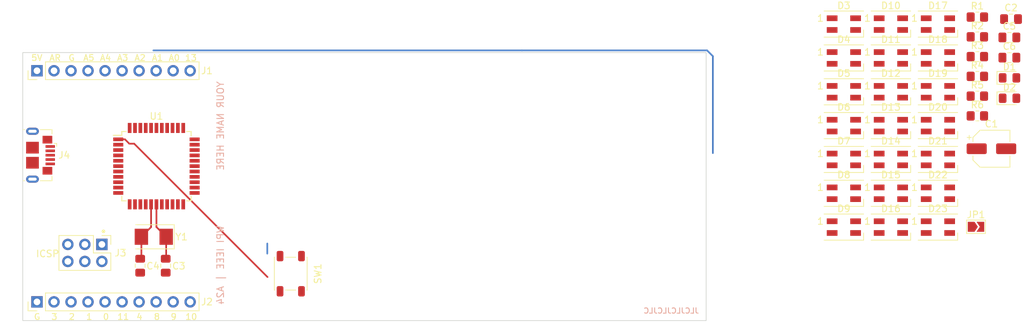
<source format=kicad_pcb>
(kicad_pcb (version 20240108) (generator "pcbnew") (generator_version "8.0")
  (title_block (title "Essentials of PCB Design Starter Board"))
  (layers (0 "F.Cu" signal) (31 "B.Cu" signal) (34 "B.Paste" user) (35 "F.Paste" user) (36 "B.SilkS" user "B.Silkscreen") (37 "F.SilkS" user "F.Silkscreen") (38 "B.Mask" user) (39 "F.Mask" user) (44 "Edge.Cuts" user))
  (net 0 "")
  (net 1 "+5V")
  (net 2 "GND")
  (net 3 "Net-(U1-XTAL1)")
  (net 4 "Net-(U1-XTAL2)")
  (net 5 "Net-(U1-UCAP)")
  (net 6 "/TXLED")
  (net 7 "/RXLED")
  (net 8 "/MISO")
  (net 9 "/SCK")
  (net 10 "/MOSI")
  (net 11 "/RESET")
  (net 12 "Net-(J4-VBUS)")
  (net 13 "/U_D-")
  (net 14 "/U_D+")
  (net 17 "/D+")
  (net 18 "/D-")
  (net 19 "/LED_DIN")
  (net 20 "/AREF")
  (net 21 "/A0")
  (net 22 "/A1")
  (net 23 "/A2")
  (net 24 "/A3")
  (net 25 "/A4")
  (net 26 "/A5")
  (net 27 "Net-(D1-A)")
  (net 28 "/D13")
  (net 29 "/D3")
  (net 30 "/D2")
  (net 31 "/D0")
  (net 32 "/D1")
  (net 33 "/D4")
  (net 34 "/D11")
  (net 36 "/D8")
  (net 37 "/D9")
  (net 39 "/D10")
  (net 40 "Net-(D2-A)")
  (net 41 "Net-(D3-DOUT)")
  (net 42 "Net-(D3-DIN)")
  (net 43 "Net-(D4-DOUT)")
  (net 44 "Net-(D5-DOUT)")
  (net 45 "Net-(D6-DOUT)")
  (net 46 "Net-(D7-DOUT)")
  (net 47 "Net-(D8-DOUT)")
  (net 48 "/D9_DOUT")
  (net 49 "Net-(D10-DOUT)")
  (net 50 "Net-(D11-DOUT)")
  (net 51 "Net-(D12-DOUT)")
  (net 52 "Net-(D13-DOUT)")
  (net 53 "Net-(D14-DOUT)")
  (net 54 "Net-(D15-DOUT)")
  (net 55 "/D16_DOUT")
  (net 56 "Net-(D17-DOUT)")
  (net 57 "Net-(D18-DOUT)")
  (net 58 "Net-(D19-DOUT)")
  (net 59 "Net-(D20-DOUT)")
  (net 60 "Net-(D21-DOUT)")
  (net 61 "Net-(D22-DOUT)")
  (net 62 "/D23_DOUT")
  (net 68 "/D7")
  (footprint "LED_SMD:LED_SK6812MINI_PLCC4_3.5x3.5mm_P1.75mm" (layer "F.Cu") (at 184.596 141.242)
    (property "Reference" "D21" (at 0 -2.75 0) (layer "F.SilkS"))
    (property "Value" "SK6812MINI")
    (fp_text user "1" (at -3.5 -0.875 0) (layer "F.SilkS"))
    (pad "1" smd rect (at -1.75 -0.875) (size 1.6 0.85) (layers "F.Cu" "F.Paste" "F.Mask") (net 60 "Net-(D21-DOUT)"))
    (pad "2" smd rect (at -1.75 0.875) (size 1.6 0.85) (layers "F.Cu" "F.Paste" "F.Mask") (net 2 "GND"))
    (pad "3" smd rect (at 1.75 0.875) (size 1.6 0.85) (layers "F.Cu" "F.Paste" "F.Mask") (net 59 "Net-(D20-DOUT)"))
    (pad "4" smd rect (at 1.75 -0.875) (size 1.6 0.85) (layers "F.Cu" "F.Paste" "F.Mask") (net 1 "+5V"))
  )
  (footprint "Resistor_SMD:R_0805_2012Metric_Pad1.20x1.40mm_HandSolder" (layer "F.Cu") (at 190.481 119.992)
    (property "Reference" "R1" (at 0 -1.65 0) (layer "F.SilkS"))
    (property "Value" "100")
    (pad "1" smd roundrect (at -1 0) (size 1.2 1.4) (layers "F.Cu" "F.Paste" "F.Mask") (roundrect_rratio 0.208333) (net 27 "Net-(D1-A)"))
    (pad "2" smd roundrect (at 1 0) (size 1.2 1.4) (layers "F.Cu" "F.Paste" "F.Mask") (roundrect_rratio 0.208333) (net 1 "+5V"))
  )
  (footprint "Button_Switch_SMD:SW_SPST_PTS647_Sx38" (layer "F.Cu") (at 88.006 158.292 -90)
    (property "Reference" "SW1" (at 0 -4.05 90) (layer "F.SilkS"))
    (property "Value" "SW_Push")
    (pad "1" smd roundrect (at -2.625 -1.6 270) (size 1.55 1) (layers "F.Cu" "F.Paste" "F.Mask") (net 2 "GND"))
    (pad "1" smd roundrect (at 2.625 -1.6 270) (size 1.55 1) (layers "F.Cu" "F.Paste" "F.Mask") (net 2 "GND"))
    (pad "2" smd roundrect (at -2.625 1.6 270) (size 1.55 1) (layers "F.Cu" "F.Paste" "F.Mask") (net 68 "/D7"))
    (pad "2" smd roundrect (at 2.625 1.6 270) (size 1.55 1) (layers "F.Cu" "F.Paste" "F.Mask") (net 68 "/D7"))
  )
  (footprint "LED_SMD:LED_0805_2012Metric_Pad1.15x1.40mm_HandSolder" (layer "F.Cu") (at 195.276 129.067)
    (property "Reference" "D1" (at 0 -1.65 0) (layer "F.SilkS"))
    (property "Value" "TX")
    (pad "1" smd roundrect (at -1.025 0) (size 1.15 1.4) (layers "F.Cu" "F.Paste" "F.Mask") (roundrect_rratio 0.217391) (net 6 "/TXLED"))
    (pad "2" smd roundrect (at 1.025 0) (size 1.15 1.4) (layers "F.Cu" "F.Paste" "F.Mask") (roundrect_rratio 0.217391) (net 27 "Net-(D1-A)"))
  )
  (footprint "Capacitor_SMD:CP_Elec_5x5.3" (layer "F.Cu") (at 192.581 139.642)
    (property "Reference" "C1" (at 0 -3.7 0) (layer "F.SilkS"))
    (property "Value" "100uF")
    (pad "1" smd roundrect (at -2.2 0) (size 3 1.6) (layers "F.Cu" "F.Paste" "F.Mask") (roundrect_rratio 0.15625) (net 1 "+5V"))
    (pad "2" smd roundrect (at 2.2 0) (size 3 1.6) (layers "F.Cu" "F.Paste" "F.Mask") (roundrect_rratio 0.15625) (net 2 "GND"))
  )
  (footprint "Capacitor_SMD:C_0805_2012Metric_Pad1.18x1.45mm_HandSolder" (layer "F.Cu") (at 69.342 157.099 -90)
    (property "Reference" "C3" (at 0.051 -1.958 180) (layer "F.SilkS"))
    (property "Value" "22pF")
    (pad "1" smd roundrect (at -1.0375 0 270) (size 1.175 1.45) (layers "F.Cu" "F.Paste" "F.Mask") (roundrect_rratio 0.2127659574) (net 3 "Net-(U1-XTAL1)"))
    (pad "2" smd roundrect (at 1.0375 0 270) (size 1.175 1.45) (layers "F.Cu" "F.Paste" "F.Mask") (roundrect_rratio 0.2127659574) (net 2 "GND"))
  )
  (footprint "Connector_PinHeader_2.54mm:PinHeader_2x03_P2.54mm_Vertical" (layer "F.Cu") (at 59.817 153.924 -90)
    (property "Reference" "J3" (at 1.276 -2.783 180) (layer "F.SilkS"))
    (property "Value" "ICSP")
    (pad "1" thru_hole rect (at 0 0 270) (size 1.7 1.7) (drill 1) (layers "*.Cu" "*.Mask") (net 8 "/MISO"))
    (pad "2" thru_hole oval (at 2.54 0 270) (size 1.7 1.7) (drill 1) (layers "*.Cu" "*.Mask") (net 1 "+5V"))
    (pad "3" thru_hole oval (at 0 2.54 270) (size 1.7 1.7) (drill 1) (layers "*.Cu" "*.Mask") (net 9 "/SCK"))
    (pad "4" thru_hole oval (at 2.54 2.54 270) (size 1.7 1.7) (drill 1) (layers "*.Cu" "*.Mask") (net 10 "/MOSI"))
    (pad "5" thru_hole oval (at 0 5.08 270) (size 1.7 1.7) (drill 1) (layers "*.Cu" "*.Mask") (net 11 "/RESET"))
    (pad "6" thru_hole oval (at 2.54 5.08 270) (size 1.7 1.7) (drill 1) (layers "*.Cu" "*.Mask") (net 2 "GND"))
  )
  (footprint "Resistor_SMD:R_0805_2012Metric_Pad1.20x1.40mm_HandSolder" (layer "F.Cu") (at 190.481 131.792)
    (property "Reference" "R5" (at 0 -1.65 0) (layer "F.SilkS"))
    (property "Value" "10k")
    (pad "1" smd roundrect (at -1 0) (size 1.2 1.4) (layers "F.Cu" "F.Paste" "F.Mask") (roundrect_rratio 0.208333) (net 1 "+5V"))
    (pad "2" smd roundrect (at 1 0) (size 1.2 1.4) (layers "F.Cu" "F.Paste" "F.Mask") (roundrect_rratio 0.208333) (net 11 "/RESET"))
  )
  (footprint "Crystal:Crystal_SMD_5032-2Pin_5.0x3.2mm" (layer "F.Cu") (at 67.564 152.781 180)
    (property "Reference" "Y1" (at -4.136 -0.019 0) (layer "F.SilkS"))
    (property "Value" "16MHz")
    (pad "1" smd rect (at -1.85 0 180) (size 2 2.4) (layers "F.Cu" "F.Paste" "F.Mask") (net 3 "Net-(U1-XTAL1)"))
    (pad "2" smd rect (at 1.85 0 180) (size 2 2.4) (layers "F.Cu" "F.Paste" "F.Mask") (net 4 "Net-(U1-XTAL2)"))
  )
  (footprint "LED_SMD:LED_SK6812MINI_PLCC4_3.5x3.5mm_P1.75mm" (layer "F.Cu") (at 177.576 151.342)
    (property "Reference" "D16" (at 0 -2.75 0) (layer "F.SilkS"))
    (property "Value" "SK6812MINI")
    (fp_text user "1" (at -3.5 -0.875 0) (layer "F.SilkS"))
    (pad "1" smd rect (at -1.75 -0.875) (size 1.6 0.85) (layers "F.Cu" "F.Paste" "F.Mask") (net 55 "/D16_DOUT"))
    (pad "2" smd rect (at -1.75 0.875) (size 1.6 0.85) (layers "F.Cu" "F.Paste" "F.Mask") (net 2 "GND"))
    (pad "3" smd rect (at 1.75 0.875) (size 1.6 0.85) (layers "F.Cu" "F.Paste" "F.Mask") (net 54 "Net-(D15-DOUT)"))
    (pad "4" smd rect (at 1.75 -0.875) (size 1.6 0.85) (layers "F.Cu" "F.Paste" "F.Mask") (net 1 "+5V"))
  )
  (footprint "Jumper:SolderJumper-2_P1.3mm_Open_TrianglePad1.0x1.5mm" (layer "F.Cu") (at 190.281 151.292)
    (property "Reference" "JP1" (at 0 -1.8 0) (layer "F.SilkS"))
    (property "Value" "Jumper_2_Open")
    (pad "1" smd custom (at -0.725 0) (size 0.3 0.3) (layers "F.Cu" "F.Mask") (net 12 "Net-(J4-VBUS)") (options (clearance outline) (anchor rect)) (primitives (gr_poly (pts (xy 1 0) (xy 0.5 0.75) (xy -0.5 0.75) (xy -0.5 -0.75) (xy 0.5 -0.75)) (width 0) (fill yes))))
    (pad "2" smd custom (at 0.725 0) (size 0.3 0.3) (layers "F.Cu" "F.Mask") (net 1 "+5V") (options (clearance outline) (anchor rect)) (primitives (gr_poly (pts (xy 0.5 0.75) (xy -0.65 0.75) (xy -0.15 0) (xy -0.65 -0.75) (xy 0.5 -0.75)) (width 0) (fill yes))))
  )
  (footprint "LED_SMD:LED_SK6812MINI_PLCC4_3.5x3.5mm_P1.75mm" (layer "F.Cu") (at 170.556 136.192)
    (property "Reference" "D6" (at 0 -2.75 0) (layer "F.SilkS"))
    (property "Value" "SK6812MINI")
    (fp_text user "1" (at -3.5 -0.875 0) (layer "F.SilkS"))
    (pad "1" smd rect (at -1.75 -0.875) (size 1.6 0.85) (layers "F.Cu" "F.Paste" "F.Mask") (net 45 "Net-(D6-DOUT)"))
    (pad "2" smd rect (at -1.75 0.875) (size 1.6 0.85) (layers "F.Cu" "F.Paste" "F.Mask") (net 2 "GND"))
    (pad "3" smd rect (at 1.75 0.875) (size 1.6 0.85) (layers "F.Cu" "F.Paste" "F.Mask") (net 44 "Net-(D5-DOUT)"))
    (pad "4" smd rect (at 1.75 -0.875) (size 1.6 0.85) (layers "F.Cu" "F.Paste" "F.Mask") (net 1 "+5V"))
  )
  (footprint "LED_SMD:LED_SK6812MINI_PLCC4_3.5x3.5mm_P1.75mm" (layer "F.Cu") (at 170.556 131.142)
    (property "Reference" "D5" (at 0 -2.75 0) (layer "F.SilkS"))
    (property "Value" "SK6812MINI")
    (fp_text user "1" (at -3.5 -0.875 0) (layer "F.SilkS"))
    (pad "1" smd rect (at -1.75 -0.875) (size 1.6 0.85) (layers "F.Cu" "F.Paste" "F.Mask") (net 44 "Net-(D5-DOUT)"))
    (pad "2" smd rect (at -1.75 0.875) (size 1.6 0.85) (layers "F.Cu" "F.Paste" "F.Mask") (net 2 "GND"))
    (pad "3" smd rect (at 1.75 0.875) (size 1.6 0.85) (layers "F.Cu" "F.Paste" "F.Mask") (net 43 "Net-(D4-DOUT)"))
    (pad "4" smd rect (at 1.75 -0.875) (size 1.6 0.85) (layers "F.Cu" "F.Paste" "F.Mask") (net 1 "+5V"))
  )
  (footprint "Capacitor_SMD:C_0805_2012Metric_Pad1.18x1.45mm_HandSolder" (layer "F.Cu") (at 195.261 126.042)
    (property "Reference" "C6" (at 0 -1.68 0) (layer "F.SilkS"))
    (property "Value" "1uF")
    (pad "1" smd roundrect (at -1.0375 0) (size 1.175 1.45) (layers "F.Cu" "F.Paste" "F.Mask") (roundrect_rratio 0.212766) (net 5 "Net-(U1-UCAP)"))
    (pad "2" smd roundrect (at 1.0375 0) (size 1.175 1.45) (layers "F.Cu" "F.Paste" "F.Mask") (roundrect_rratio 0.212766) (net 2 "GND"))
  )
  (footprint "Resistor_SMD:R_0805_2012Metric_Pad1.20x1.40mm_HandSolder" (layer "F.Cu") (at 190.481 122.942)
    (property "Reference" "R2" (at 0 -1.65 0) (layer "F.SilkS"))
    (property "Value" "100")
    (pad "1" smd roundrect (at -1 0) (size 1.2 1.4) (layers "F.Cu" "F.Paste" "F.Mask") (roundrect_rratio 0.208333) (net 40 "Net-(D2-A)"))
    (pad "2" smd roundrect (at 1 0) (size 1.2 1.4) (layers "F.Cu" "F.Paste" "F.Mask") (roundrect_rratio 0.208333) (net 1 "+5V"))
  )
  (footprint "LED_SMD:LED_SK6812MINI_PLCC4_3.5x3.5mm_P1.75mm" (layer "F.Cu") (at 170.556 146.292)
    (property "Reference" "D8" (at 0 -2.75 0) (layer "F.SilkS"))
    (property "Value" "SK6812MINI")
    (fp_text user "1" (at -3.5 -0.875 0) (layer "F.SilkS"))
    (pad "1" smd rect (at -1.75 -0.875) (size 1.6 0.85) (layers "F.Cu" "F.Paste" "F.Mask") (net 47 "Net-(D8-DOUT)"))
    (pad "2" smd rect (at -1.75 0.875) (size 1.6 0.85) (layers "F.Cu" "F.Paste" "F.Mask") (net 2 "GND"))
    (pad "3" smd rect (at 1.75 0.875) (size 1.6 0.85) (layers "F.Cu" "F.Paste" "F.Mask") (net 46 "Net-(D7-DOUT)"))
    (pad "4" smd rect (at 1.75 -0.875) (size 1.6 0.85) (layers "F.Cu" "F.Paste" "F.Mask") (net 1 "+5V"))
  )
  (footprint "Connector_PinHeader_2.54mm:PinHeader_1x10_P2.54mm_Vertical" (layer "F.Cu") (at 50.13 128 90)
    (property "Reference" "J1" (at 0 25.37 180) (layer "F.SilkS"))
    (property "Value" "Conn_01x10")
    (pad "1" thru_hole rect (at 0 0 90) (size 1.7 1.7) (drill 1) (layers "*.Cu" "*.Mask") (net 1 "+5V"))
    (pad "2" thru_hole oval (at 0 2.54 90) (size 1.7 1.7) (drill 1) (layers "*.Cu" "*.Mask") (net 20 "/AREF"))
    (pad "3" thru_hole oval (at 0 5.08 90) (size 1.7 1.7) (drill 1) (layers "*.Cu" "*.Mask") (net 2 "GND"))
    (pad "4" thru_hole oval (at 0 7.62 90) (size 1.7 1.7) (drill 1) (layers "*.Cu" "*.Mask") (net 26 "/A5"))
    (pad "5" thru_hole oval (at 0 10.16 90) (size 1.7 1.7) (drill 1) (layers "*.Cu" "*.Mask") (net 25 "/A4"))
    (pad "6" thru_hole oval (at 0 12.7 90) (size 1.7 1.7) (drill 1) (layers "*.Cu" "*.Mask") (net 24 "/A3"))
    (pad "7" thru_hole oval (at 0 15.24 90) (size 1.7 1.7) (drill 1) (layers "*.Cu" "*.Mask") (net 23 "/A2"))
    (pad "8" thru_hole oval (at 0 17.78 90) (size 1.7 1.7) (drill 1) (layers "*.Cu" "*.Mask") (net 22 "/A1"))
    (pad "9" thru_hole oval (at 0 20.32 90) (size 1.7 1.7) (drill 1) (layers "*.Cu" "*.Mask") (net 21 "/A0"))
    (pad "10" thru_hole oval (at 0 22.86 90) (size 1.7 1.7) (drill 1) (layers "*.Cu" "*.Mask") (net 28 "/D13"))
  )
  (footprint "LED_SMD:LED_SK6812MINI_PLCC4_3.5x3.5mm_P1.75mm" (layer "F.Cu") (at 177.576 136.192)
    (property "Reference" "D13" (at 0 -2.75 0) (layer "F.SilkS"))
    (property "Value" "SK6812MINI")
    (fp_text user "1" (at -3.5 -0.875 0) (layer "F.SilkS"))
    (pad "1" smd rect (at -1.75 -0.875) (size 1.6 0.85) (layers "F.Cu" "F.Paste" "F.Mask") (net 52 "Net-(D13-DOUT)"))
    (pad "2" smd rect (at -1.75 0.875) (size 1.6 0.85) (layers "F.Cu" "F.Paste" "F.Mask") (net 2 "GND"))
    (pad "3" smd rect (at 1.75 0.875) (size 1.6 0.85) (layers "F.Cu" "F.Paste" "F.Mask") (net 51 "Net-(D12-DOUT)"))
    (pad "4" smd rect (at 1.75 -0.875) (size 1.6 0.85) (layers "F.Cu" "F.Paste" "F.Mask") (net 1 "+5V"))
  )
  (footprint "LOGO" (layer "F.Cu") (at 142.15 161.8)
    (property "Reference" "G***" (hide yes))
    (property "Value" "LOGO" (hide yes))
  )
  (footprint "Capacitor_SMD:C_0805_2012Metric_Pad1.18x1.45mm_HandSolder" (layer "F.Cu") (at 65.532 157.099 -90)
    (property "Reference" "C4" (at 0.051 -1.918 180) (layer "F.SilkS"))
    (property "Value" "22pF")
    (pad "1" smd roundrect (at -1.0375 0 270) (size 1.175 1.45) (layers "F.Cu" "F.Paste" "F.Mask") (roundrect_rratio 0.2127659574) (net 4 "Net-(U1-XTAL2)"))
    (pad "2" smd roundrect (at 1.0375 0 270) (size 1.175 1.45) (layers "F.Cu" "F.Paste" "F.Mask") (roundrect_rratio 0.2127659574) (net 2 "GND"))
  )
  (footprint "Connector_PinHeader_2.54mm:PinHeader_1x10_P2.54mm_Vertical" (layer "F.Cu") (at 50.13 162.5 90)
    (property "Reference" "J2" (at 0 25.37 0) (layer "F.SilkS"))
    (property "Value" "Conn_01x10")
    (pad "1" thru_hole rect (at 0 0 90) (size 1.7 1.7) (drill 1) (layers "*.Cu" "*.Mask") (net 2 "GND"))
    (pad "2" thru_hole oval (at 0 2.54 90) (size 1.7 1.7) (drill 1) (layers "*.Cu" "*.Mask") (net 29 "/D3"))
    (pad "3" thru_hole oval (at 0 5.08 90) (size 1.7 1.7) (drill 1) (layers "*.Cu" "*.Mask") (net 30 "/D2"))
    (pad "4" thru_hole oval (at 0 7.62 90) (size 1.7 1.7) (drill 1) (layers "*.Cu" "*.Mask") (net 32 "/D1"))
    (pad "5" thru_hole oval (at 0 10.16 90) (size 1.7 1.7) (drill 1) (layers "*.Cu" "*.Mask") (net 31 "/D0"))
    (pad "6" thru_hole oval (at 0 12.7 90) (size 1.7 1.7) (drill 1) (layers "*.Cu" "*.Mask") (net 34 "/D11"))
    (pad "7" thru_hole oval (at 0 15.24 90) (size 1.7 1.7) (drill 1) (layers "*.Cu" "*.Mask") (net 33 "/D4"))
    (pad "8" thru_hole oval (at 0 17.78 90) (size 1.7 1.7) (drill 1) (layers "*.Cu" "*.Mask") (net 36 "/D8"))
    (pad "9" thru_hole oval (at 0 20.32 90) (size 1.7 1.7) (drill 1) (layers "*.Cu" "*.Mask") (net 37 "/D9"))
    (pad "10" thru_hole oval (at 0 22.86 90) (size 1.7 1.7) (drill 1) (layers "*.Cu" "*.Mask") (net 39 "/D10"))
  )
  (footprint "LED_SMD:LED_0805_2012Metric_Pad1.15x1.40mm_HandSolder" (layer "F.Cu") (at 195.276 132.107)
    (property "Reference" "D2" (at 0 -1.65 0) (layer "F.SilkS"))
    (property "Value" "RX")
    (pad "1" smd roundrect (at -1.025 0) (size 1.15 1.4) (layers "F.Cu" "F.Paste" "F.Mask") (roundrect_rratio 0.217391) (net 7 "/RXLED"))
    (pad "2" smd roundrect (at 1.025 0) (size 1.15 1.4) (layers "F.Cu" "F.Paste" "F.Mask") (roundrect_rratio 0.217391) (net 40 "Net-(D2-A)"))
  )
  (footprint "LED_SMD:LED_SK6812MINI_PLCC4_3.5x3.5mm_P1.75mm" (layer "F.Cu") (at 177.576 121.042)
    (property "Reference" "D10" (at 0 -2.75 0) (layer "F.SilkS"))
    (property "Value" "SK6812MINI")
    (fp_text user "1" (at -3.5 -0.875 0) (layer "F.SilkS"))
    (pad "1" smd rect (at -1.75 -0.875) (size 1.6 0.85) (layers "F.Cu" "F.Paste" "F.Mask") (net 49 "Net-(D10-DOUT)"))
    (pad "2" smd rect (at -1.75 0.875) (size 1.6 0.85) (layers "F.Cu" "F.Paste" "F.Mask") (net 2 "GND"))
    (pad "3" smd rect (at 1.75 0.875) (size 1.6 0.85) (layers "F.Cu" "F.Paste" "F.Mask") (net 48 "/D9_DOUT"))
    (pad "4" smd rect (at 1.75 -0.875) (size 1.6 0.85) (layers "F.Cu" "F.Paste" "F.Mask") (net 1 "+5V"))
  )
  (footprint "Connector_USB:USB_Micro-B_GCT_USB3076-30-A" (layer "F.Cu") (at 50.659 140.607 -90)
    (property "Reference" "J4" (at -0.007 -3.541 180) (layer "F.SilkS"))
    (property "Value" "USB_B_Micro")
    (pad "1" smd rect (at -1.3 -1.45 270) (size 0.4 1.4) (layers "F.Cu" "F.Paste" "F.Mask") (net 12 "Net-(J4-VBUS)"))
    (pad "2" smd rect (at -0.65 -1.45 270) (size 0.4 1.4) (layers "F.Cu" "F.Paste" "F.Mask") (net 13 "/U_D-"))
    (pad "3" smd rect (at 0 -1.45 270) (size 0.4 1.4) (layers "F.Cu" "F.Paste" "F.Mask") (net 14 "/U_D+"))
    (pad "4" smd rect (at 0.65 -1.45 270) (size 0.4 1.4) (layers "F.Cu" "F.Paste" "F.Mask"))
    (pad "5" smd rect (at 1.3 -1.45 270) (size 0.4 1.4) (layers "F.Cu" "F.Paste" "F.Mask") (net 2 "GND"))
    (pad "6" thru_hole oval (at -3.575 1.2 90) (size 1.05 1.9) (drill oval 0.45 1.25) (layers "*.Cu" "*.Mask"))
    (pad "6" smd rect (at -2.32 -1.03 270) (size 1.15 1.45) (layers "F.Cu" "F.Paste" "F.Mask"))
    (pad "6" smd rect (at -1.125 1.2 270) (size 1.75 1.9) (layers "F.Cu" "F.Paste" "F.Mask"))
    (pad "6" smd rect (at 1.125 1.2 270) (size 1.75 1.9) (layers "F.Cu" "F.Paste" "F.Mask"))
    (pad "6" smd rect (at 2.32 -1.03 270) (size 1.15 1.45) (layers "F.Cu" "F.Paste" "F.Mask"))
    (pad "6" thru_hole oval (at 3.575 1.2 270) (size 1.05 1.9) (drill oval 0.45 1.25) (layers "*.Cu" "*.Mask"))
  )
  (footprint "LED_SMD:LED_SK6812MINI_PLCC4_3.5x3.5mm_P1.75mm" (layer "F.Cu") (at 184.596 146.292)
    (property "Reference" "D22" (at 0 -2.75 0) (layer "F.SilkS"))
    (property "Value" "SK6812MINI")
    (fp_text user "1" (at -3.5 -0.875 0) (layer "F.SilkS"))
    (pad "1" smd rect (at -1.75 -0.875) (size 1.6 0.85) (layers "F.Cu" "F.Paste" "F.Mask") (net 61 "Net-(D22-DOUT)"))
    (pad "2" smd rect (at -1.75 0.875) (size 1.6 0.85) (layers "F.Cu" "F.Paste" "F.Mask") (net 2 "GND"))
    (pad "3" smd rect (at 1.75 0.875) (size 1.6 0.85) (layers "F.Cu" "F.Paste" "F.Mask") (net 60 "Net-(D21-DOUT)"))
    (pad "4" smd rect (at 1.75 -0.875) (size 1.6 0.85) (layers "F.Cu" "F.Paste" "F.Mask") (net 1 "+5V"))
  )
  (footprint "Resistor_SMD:R_0805_2012Metric_Pad1.20x1.40mm_HandSolder" (layer "F.Cu") (at 190.481 125.892)
    (property "Reference" "R3" (at 0 -1.65 0) (layer "F.SilkS"))
    (property "Value" "22")
    (pad "1" smd roundrect (at -1 0) (size 1.2 1.4) (layers "F.Cu" "F.Paste" "F.Mask") (roundrect_rratio 0.208333) (net 17 "/D+"))
    (pad "2" smd roundrect (at 1 0) (size 1.2 1.4) (layers "F.Cu" "F.Paste" "F.Mask") (roundrect_rratio 0.208333) (net 14 "/U_D+"))
  )
  (footprint "Resistor_SMD:R_0805_2012Metric_Pad1.20x1.40mm_HandSolder" (layer "F.Cu") (at 190.481 128.842)
    (property "Reference" "R4" (at 0 -1.65 0) (layer "F.SilkS"))
    (property "Value" "22")
    (pad "1" smd roundrect (at -1 0) (size 1.2 1.4) (layers "F.Cu" "F.Paste" "F.Mask") (roundrect_rratio 0.208333) (net 18 "/D-"))
    (pad "2" smd roundrect (at 1 0) (size 1.2 1.4) (layers "F.Cu" "F.Paste" "F.Mask") (roundrect_rratio 0.208333) (net 13 "/U_D-"))
  )
  (footprint "LED_SMD:LED_SK6812MINI_PLCC4_3.5x3.5mm_P1.75mm" (layer "F.Cu") (at 170.556 126.092)
    (property "Reference" "D4" (at 0 -2.75 0) (layer "F.SilkS"))
    (property "Value" "SK6812MINI")
    (fp_text user "1" (at -3.5 -0.875 0) (layer "F.SilkS"))
    (pad "1" smd rect (at -1.75 -0.875) (size 1.6 0.85) (layers "F.Cu" "F.Paste" "F.Mask") (net 43 "Net-(D4-DOUT)"))
    (pad "2" smd rect (at -1.75 0.875) (size 1.6 0.85) (layers "F.Cu" "F.Paste" "F.Mask") (net 2 "GND"))
    (pad "3" smd rect (at 1.75 0.875) (size 1.6 0.85) (layers "F.Cu" "F.Paste" "F.Mask") (net 41 "Net-(D3-DOUT)"))
    (pad "4" smd rect (at 1.75 -0.875) (size 1.6 0.85) (layers "F.Cu" "F.Paste" "F.Mask") (net 1 "+5V"))
  )
  (footprint "Capacitor_SMD:C_0805_2012Metric_Pad1.18x1.45mm_HandSolder" (layer "F.Cu") (at 195.506 120.292)
    (property "Reference" "C2" (at 0 -1.68 0) (layer "F.SilkS"))
    (property "Value" "1uF")
    (pad "1" smd roundrect (at -1.0375 0) (size 1.175 1.45) (layers "F.Cu" "F.Paste" "F.Mask") (roundrect_rratio 0.212766) (net 1 "+5V"))
    (pad "2" smd roundrect (at 1.0375 0) (size 1.175 1.45) (layers "F.Cu" "F.Paste" "F.Mask") (roundrect_rratio 0.212766) (net 2 "GND"))
  )
  (footprint "LED_SMD:LED_SK6812MINI_PLCC4_3.5x3.5mm_P1.75mm" (layer "F.Cu") (at 177.576 131.142)
    (property "Reference" "D12" (at 0 -2.75 0) (layer "F.SilkS"))
    (property "Value" "SK6812MINI")
    (fp_text user "1" (at -3.5 -0.875 0) (layer "F.SilkS"))
    (pad "1" smd rect (at -1.75 -0.875) (size 1.6 0.85) (layers "F.Cu" "F.Paste" "F.Mask") (net 51 "Net-(D12-DOUT)"))
    (pad "2" smd rect (at -1.75 0.875) (size 1.6 0.85) (layers "F.Cu" "F.Paste" "F.Mask") (net 2 "GND"))
    (pad "3" smd rect (at 1.75 0.875) (size 1.6 0.85) (layers "F.Cu" "F.Paste" "F.Mask") (net 50 "Net-(D11-DOUT)"))
    (pad "4" smd rect (at 1.75 -0.875) (size 1.6 0.85) (layers "F.Cu" "F.Paste" "F.Mask") (net 1 "+5V"))
  )
  (footprint "Resistor_SMD:R_0805_2012Metric_Pad1.20x1.40mm_HandSolder" (layer "F.Cu") (at 190.481 134.742)
    (property "Reference" "R6" (at 0 -1.65 0) (layer "F.SilkS"))
    (property "Value" "470")
    (pad "1" smd roundrect (at -1 0) (size 1.2 1.4) (layers "F.Cu" "F.Paste" "F.Mask") (roundrect_rratio 0.208333) (net 19 "/LED_DIN"))
    (pad "2" smd roundrect (at 1 0) (size 1.2 1.4) (layers "F.Cu" "F.Paste" "F.Mask") (roundrect_rratio 0.208333) (net 42 "Net-(D3-DIN)"))
  )
  (footprint "LED_SMD:LED_SK6812MINI_PLCC4_3.5x3.5mm_P1.75mm" (layer "F.Cu") (at 184.596 126.092)
    (property "Reference" "D18" (at 0 -2.75 0) (layer "F.SilkS"))
    (property "Value" "SK6812MINI")
    (fp_text user "1" (at -3.5 -0.875 0) (layer "F.SilkS"))
    (pad "1" smd rect (at -1.75 -0.875) (size 1.6 0.85) (layers "F.Cu" "F.Paste" "F.Mask") (net 57 "Net-(D18-DOUT)"))
    (pad "2" smd rect (at -1.75 0.875) (size 1.6 0.85) (layers "F.Cu" "F.Paste" "F.Mask") (net 2 "GND"))
    (pad "3" smd rect (at 1.75 0.875) (size 1.6 0.85) (layers "F.Cu" "F.Paste" "F.Mask") (net 56 "Net-(D17-DOUT)"))
    (pad "4" smd rect (at 1.75 -0.875) (size 1.6 0.85) (layers "F.Cu" "F.Paste" "F.Mask") (net 1 "+5V"))
  )
  (footprint "LED_SMD:LED_SK6812MINI_PLCC4_3.5x3.5mm_P1.75mm" (layer "F.Cu") (at 170.556 141.242)
    (property "Reference" "D7" (at 0 -2.75 0) (layer "F.SilkS"))
    (property "Value" "SK6812MINI")
    (fp_text user "1" (at -3.5 -0.875 0) (layer "F.SilkS"))
    (pad "1" smd rect (at -1.75 -0.875) (size 1.6 0.85) (layers "F.Cu" "F.Paste" "F.Mask") (net 46 "Net-(D7-DOUT)"))
    (pad "2" smd rect (at -1.75 0.875) (size 1.6 0.85) (layers "F.Cu" "F.Paste" "F.Mask") (net 2 "GND"))
    (pad "3" smd rect (at 1.75 0.875) (size 1.6 0.85) (layers "F.Cu" "F.Paste" "F.Mask") (net 45 "Net-(D6-DOUT)"))
    (pad "4" smd rect (at 1.75 -0.875) (size 1.6 0.85) (layers "F.Cu" "F.Paste" "F.Mask") (net 1 "+5V"))
  )
  (footprint "LED_SMD:LED_SK6812MINI_PLCC4_3.5x3.5mm_P1.75mm" (layer "F.Cu") (at 177.576 146.292)
    (property "Reference" "D15" (at 0 -2.75 0) (layer "F.SilkS"))
    (property "Value" "SK6812MINI")
    (fp_text user "1" (at -3.5 -0.875 0) (layer "F.SilkS"))
    (pad "1" smd rect (at -1.75 -0.875) (size 1.6 0.85) (layers "F.Cu" "F.Paste" "F.Mask") (net 54 "Net-(D15-DOUT)"))
    (pad "2" smd rect (at -1.75 0.875) (size 1.6 0.85) (layers "F.Cu" "F.Paste" "F.Mask") (net 2 "GND"))
    (pad "3" smd rect (at 1.75 0.875) (size 1.6 0.85) (layers "F.Cu" "F.Paste" "F.Mask") (net 53 "Net-(D14-DOUT)"))
    (pad "4" smd rect (at 1.75 -0.875) (size 1.6 0.85) (layers "F.Cu" "F.Paste" "F.Mask") (net 1 "+5V"))
  )
  (footprint "LED_SMD:LED_SK6812MINI_PLCC4_3.5x3.5mm_P1.75mm" (layer "F.Cu") (at 170.556 151.342)
    (property "Reference" "D9" (at 0 -2.75 0) (layer "F.SilkS"))
    (property "Value" "SK6812MINI")
    (fp_text user "1" (at -3.5 -0.875 0) (layer "F.SilkS"))
    (pad "1" smd rect (at -1.75 -0.875) (size 1.6 0.85) (layers "F.Cu" "F.Paste" "F.Mask") (net 48 "/D9_DOUT"))
    (pad "2" smd rect (at -1.75 0.875) (size 1.6 0.85) (layers "F.Cu" "F.Paste" "F.Mask") (net 2 "GND"))
    (pad "3" smd rect (at 1.75 0.875) (size 1.6 0.85) (layers "F.Cu" "F.Paste" "F.Mask") (net 47 "Net-(D8-DOUT)"))
    (pad "4" smd rect (at 1.75 -0.875) (size 1.6 0.85) (layers "F.Cu" "F.Paste" "F.Mask") (net 1 "+5V"))
  )
  (footprint "LED_SMD:LED_SK6812MINI_PLCC4_3.5x3.5mm_P1.75mm" (layer "F.Cu") (at 184.596 131.142)
    (property "Reference" "D19" (at 0 -2.75 0) (layer "F.SilkS"))
    (property "Value" "SK6812MINI")
    (fp_text user "1" (at -3.5 -0.875 0) (layer "F.SilkS"))
    (pad "1" smd rect (at -1.75 -0.875) (size 1.6 0.85) (layers "F.Cu" "F.Paste" "F.Mask") (net 58 "Net-(D19-DOUT)"))
    (pad "2" smd rect (at -1.75 0.875) (size 1.6 0.85) (layers "F.Cu" "F.Paste" "F.Mask") (net 2 "GND"))
    (pad "3" smd rect (at 1.75 0.875) (size 1.6 0.85) (layers "F.Cu" "F.Paste" "F.Mask") (net 57 "Net-(D18-DOUT)"))
    (pad "4" smd rect (at 1.75 -0.875) (size 1.6 0.85) (layers "F.Cu" "F.Paste" "F.Mask") (net 1 "+5V"))
  )
  (footprint "LED_SMD:LED_SK6812MINI_PLCC4_3.5x3.5mm_P1.75mm" (layer "F.Cu") (at 184.596 151.342)
    (property "Reference" "D23" (at 0 -2.75 0) (layer "F.SilkS"))
    (property "Value" "SK6812MINI")
    (fp_text user "1" (at -3.5 -0.875 0) (layer "F.SilkS"))
    (pad "1" smd rect (at -1.75 -0.875) (size 1.6 0.85) (layers "F.Cu" "F.Paste" "F.Mask") (net 62 "/D23_DOUT"))
    (pad "2" smd rect (at -1.75 0.875) (size 1.6 0.85) (layers "F.Cu" "F.Paste" "F.Mask") (net 2 "GND"))
    (pad "3" smd rect (at 1.75 0.875) (size 1.6 0.85) (layers "F.Cu" "F.Paste" "F.Mask") (net 61 "Net-(D22-DOUT)"))
    (pad "4" smd rect (at 1.75 -0.875) (size 1.6 0.85) (layers "F.Cu" "F.Paste" "F.Mask") (net 1 "+5V"))
  )
  (footprint "LED_SMD:LED_SK6812MINI_PLCC4_3.5x3.5mm_P1.75mm" (layer "F.Cu") (at 177.576 126.092)
    (property "Reference" "D11" (at 0 -2.75 0) (layer "F.SilkS"))
    (property "Value" "SK6812MINI")
    (fp_text user "1" (at -3.5 -0.875 0) (layer "F.SilkS"))
    (pad "1" smd rect (at -1.75 -0.875) (size 1.6 0.85) (layers "F.Cu" "F.Paste" "F.Mask") (net 50 "Net-(D11-DOUT)"))
    (pad "2" smd rect (at -1.75 0.875) (size 1.6 0.85) (layers "F.Cu" "F.Paste" "F.Mask") (net 2 "GND"))
    (pad "3" smd rect (at 1.75 0.875) (size 1.6 0.85) (layers "F.Cu" "F.Paste" "F.Mask") (net 49 "Net-(D10-DOUT)"))
    (pad "4" smd rect (at 1.75 -0.875) (size 1.6 0.85) (layers "F.Cu" "F.Paste" "F.Mask") (net 1 "+5V"))
  )
  (footprint "LED_SMD:LED_SK6812MINI_PLCC4_3.5x3.5mm_P1.75mm" (layer "F.Cu") (at 170.556 121.042)
    (property "Reference" "D3" (at 0 -2.75 0) (layer "F.SilkS"))
    (property "Value" "SK6812MINI")
    (fp_text user "1" (at -3.5 -0.875 0) (layer "F.SilkS"))
    (pad "1" smd rect (at -1.75 -0.875) (size 1.6 0.85) (layers "F.Cu" "F.Paste" "F.Mask") (net 41 "Net-(D3-DOUT)"))
    (pad "2" smd rect (at -1.75 0.875) (size 1.6 0.85) (layers "F.Cu" "F.Paste" "F.Mask") (net 2 "GND"))
    (pad "3" smd rect (at 1.75 0.875) (size 1.6 0.85) (layers "F.Cu" "F.Paste" "F.Mask") (net 42 "Net-(D3-DIN)"))
    (pad "4" smd rect (at 1.75 -0.875) (size 1.6 0.85) (layers "F.Cu" "F.Paste" "F.Mask") (net 1 "+5V"))
  )
  (footprint "LED_SMD:LED_SK6812MINI_PLCC4_3.5x3.5mm_P1.75mm" (layer "F.Cu") (at 177.576 141.242)
    (property "Reference" "D14" (at 0 -2.75 0) (layer "F.SilkS"))
    (property "Value" "SK6812MINI")
    (fp_text user "1" (at -3.5 -0.875 0) (layer "F.SilkS"))
    (pad "1" smd rect (at -1.75 -0.875) (size 1.6 0.85) (layers "F.Cu" "F.Paste" "F.Mask") (net 53 "Net-(D14-DOUT)"))
    (pad "2" smd rect (at -1.75 0.875) (size 1.6 0.85) (layers "F.Cu" "F.Paste" "F.Mask") (net 2 "GND"))
    (pad "3" smd rect (at 1.75 0.875) (size 1.6 0.85) (layers "F.Cu" "F.Paste" "F.Mask") (net 52 "Net-(D13-DOUT)"))
    (pad "4" smd rect (at 1.75 -0.875) (size 1.6 0.85) (layers "F.Cu" "F.Paste" "F.Mask") (net 1 "+5V"))
  )
  (footprint "LED_SMD:LED_SK6812MINI_PLCC4_3.5x3.5mm_P1.75mm" (layer "F.Cu") (at 184.596 121.042)
    (property "Reference" "D17" (at 0 -2.75 0) (layer "F.SilkS"))
    (property "Value" "SK6812MINI")
    (fp_text user "1" (at -3.5 -0.875 0) (layer "F.SilkS"))
    (pad "1" smd rect (at -1.75 -0.875) (size 1.6 0.85) (layers "F.Cu" "F.Paste" "F.Mask") (net 56 "Net-(D17-DOUT)"))
    (pad "2" smd rect (at -1.75 0.875) (size 1.6 0.85) (layers "F.Cu" "F.Paste" "F.Mask") (net 2 "GND"))
    (pad "3" smd rect (at 1.75 0.875) (size 1.6 0.85) (layers "F.Cu" "F.Paste" "F.Mask") (net 55 "/D16_DOUT"))
    (pad "4" smd rect (at 1.75 -0.875) (size 1.6 0.85) (layers "F.Cu" "F.Paste" "F.Mask") (net 1 "+5V"))
  )
  (footprint "Capacitor_SMD:C_0805_2012Metric_Pad1.18x1.45mm_HandSolder" (layer "F.Cu") (at 195.261 123.032)
    (property "Reference" "C5" (at 0 -1.68 0) (layer "F.SilkS"))
    (property "Value" "0.1uF")
    (pad "1" smd roundrect (at -1.0375 0) (size 1.175 1.45) (layers "F.Cu" "F.Paste" "F.Mask") (roundrect_rratio 0.212766) (net 20 "/AREF"))
    (pad "2" smd roundrect (at 1.0375 0) (size 1.175 1.45) (layers "F.Cu" "F.Paste" "F.Mask") (roundrect_rratio 0.212766) (net 2 "GND"))
  )
  (footprint "Package_QFP:TQFP-44_10x10mm_P0.8mm" (layer "F.Cu") (at 67.96 142.24)
    (property "Reference" "U1" (at 0 -7.45 0) (layer "F.SilkS"))
    (property "Value" "ATmega32U4-A")
    (pad "1" smd rect (at -5.7 -4) (size 1.5 0.55) (layers "F.Cu" "F.Paste" "F.Mask") (net 68 "/D7"))
    (pad "2" smd rect (at -5.7 -3.2) (size 1.5 0.55) (layers "F.Cu" "F.Paste" "F.Mask") (net 1 "+5V"))
    (pad "3" smd rect (at -5.7 -2.4) (size 1.5 0.55) (layers "F.Cu" "F.Paste" "F.Mask") (net 18 "/D-"))
    (pad "4" smd rect (at -5.7 -1.6) (size 1.5 0.55) (layers "F.Cu" "F.Paste" "F.Mask") (net 17 "/D+"))
    (pad "5" smd rect (at -5.7 -0.8) (size 1.5 0.55) (layers "F.Cu" "F.Paste" "F.Mask") (net 2 "GND"))
    (pad "6" smd rect (at -5.7 0) (size 1.5 0.55) (layers "F.Cu" "F.Paste" "F.Mask") (net 5 "Net-(U1-UCAP)"))
    (pad "7" smd rect (at -5.7 0.8) (size 1.5 0.55) (layers "F.Cu" "F.Paste" "F.Mask") (net 1 "+5V"))
    (pad "8" smd rect (at -5.7 1.6) (size 1.5 0.55) (layers "F.Cu" "F.Paste" "F.Mask") (net 7 "/RXLED"))
    (pad "9" smd rect (at -5.7 2.4) (size 1.5 0.55) (layers "F.Cu" "F.Paste" "F.Mask") (net 9 "/SCK"))
    (pad "10" smd rect (at -5.7 3.2) (size 1.5 0.55) (layers "F.Cu" "F.Paste" "F.Mask") (net 10 "/MOSI"))
    (pad "11" smd rect (at -5.7 4) (size 1.5 0.55) (layers "F.Cu" "F.Paste" "F.Mask") (net 8 "/MISO"))
    (pad "12" smd rect (at -4 5.7 90) (size 1.5 0.55) (layers "F.Cu" "F.Paste" "F.Mask") (net 34 "/D11"))
    (pad "13" smd rect (at -3.2 5.7 90) (size 1.5 0.55) (layers "F.Cu" "F.Paste" "F.Mask") (net 11 "/RESET"))
    (pad "14" smd rect (at -2.4 5.7 90) (size 1.5 0.55) (layers "F.Cu" "F.Paste" "F.Mask") (net 1 "+5V"))
    (pad "15" smd rect (at -1.6 5.7 90) (size 1.5 0.55) (layers "F.Cu" "F.Paste" "F.Mask") (net 2 "GND"))
    (pad "16" smd rect (at -0.8 5.7 90) (size 1.5 0.55) (layers "F.Cu" "F.Paste" "F.Mask") (net 4 "Net-(U1-XTAL2)"))
    (pad "17" smd rect (at 0 5.7 90) (size 1.5 0.55) (layers "F.Cu" "F.Paste" "F.Mask") (net 3 "Net-(U1-XTAL1)"))
    (pad "18" smd rect (at 0.8 5.7 90) (size 1.5 0.55) (layers "F.Cu" "F.Paste" "F.Mask") (net 29 "/D3"))
    (pad "19" smd rect (at 1.6 5.7 90) (size 1.5 0.55) (layers "F.Cu" "F.Paste" "F.Mask") (net 30 "/D2"))
    (pad "20" smd rect (at 2.4 5.7 90) (size 1.5 0.55) (layers "F.Cu" "F.Paste" "F.Mask") (net 31 "/D0"))
    (pad "21" smd rect (at 3.2 5.7 90) (size 1.5 0.55) (layers "F.Cu" "F.Paste" "F.Mask") (net 32 "/D1"))
    (pad "22" smd rect (at 4 5.7 90) (size 1.5 0.55) (layers "F.Cu" "F.Paste" "F.Mask") (net 6 "/TXLED"))
    (pad "23" smd rect (at 5.7 4) (size 1.5 0.55) (layers "F.Cu" "F.Paste" "F.Mask") (net 2 "GND"))
    (pad "24" smd rect (at 5.7 3.2) (size 1.5 0.55) (layers "F.Cu" "F.Paste" "F.Mask") (net 1 "+5V"))
    (pad "25" smd rect (at 5.7 2.4) (size 1.5 0.55) (layers "F.Cu" "F.Paste" "F.Mask") (net 33 "/D4"))
    (pad "26" smd rect (at 5.7 1.6) (size 1.5 0.55) (layers "F.Cu" "F.Paste" "F.Mask"))
    (pad "27" smd rect (at 5.7 0.8) (size 1.5 0.55) (layers "F.Cu" "F.Paste" "F.Mask"))
    (pad "28" smd rect (at 5.7 0) (size 1.5 0.55) (layers "F.Cu" "F.Paste" "F.Mask") (net 36 "/D8"))
    (pad "29" smd rect (at 5.7 -0.8) (size 1.5 0.55) (layers "F.Cu" "F.Paste" "F.Mask") (net 37 "/D9"))
    (pad "30" smd rect (at 5.7 -1.6) (size 1.5 0.55) (layers "F.Cu" "F.Paste" "F.Mask") (net 39 "/D10"))
    (pad "31" smd rect (at 5.7 -2.4) (size 1.5 0.55) (layers "F.Cu" "F.Paste" "F.Mask") (net 19 "/LED_DIN"))
    (pad "32" smd rect (at 5.7 -3.2) (size 1.5 0.55) (layers "F.Cu" "F.Paste" "F.Mask") (net 28 "/D13"))
    (pad "33" smd rect (at 5.7 -4) (size 1.5 0.55) (layers "F.Cu" "F.Paste" "F.Mask") (net 2 "GND"))
    (pad "34" smd rect (at 4 -5.7 90) (size 1.5 0.55) (layers "F.Cu" "F.Paste" "F.Mask") (net 1 "+5V"))
    (pad "35" smd rect (at 3.2 -5.7 90) (size 1.5 0.55) (layers "F.Cu" "F.Paste" "F.Mask") (net 2 "GND"))
    (pad "36" smd rect (at 2.4 -5.7 90) (size 1.5 0.55) (layers "F.Cu" "F.Paste" "F.Mask") (net 21 "/A0"))
    (pad "37" smd rect (at 1.6 -5.7 90) (size 1.5 0.55) (layers "F.Cu" "F.Paste" "F.Mask") (net 22 "/A1"))
    (pad "38" smd rect (at 0.8 -5.7 90) (size 1.5 0.55) (layers "F.Cu" "F.Paste" "F.Mask") (net 23 "/A2"))
    (pad "39" smd rect (at 0 -5.7 90) (size 1.5 0.55) (layers "F.Cu" "F.Paste" "F.Mask") (net 24 "/A3"))
    (pad "40" smd rect (at -0.8 -5.7 90) (size 1.5 0.55) (layers "F.Cu" "F.Paste" "F.Mask") (net 25 "/A4"))
    (pad "41" smd rect (at -1.6 -5.7 90) (size 1.5 0.55) (layers "F.Cu" "F.Paste" "F.Mask") (net 26 "/A5"))
    (pad "42" smd rect (at -2.4 -5.7 90) (size 1.5 0.55) (layers "F.Cu" "F.Paste" "F.Mask") (net 20 "/AREF"))
    (pad "43" smd rect (at -3.2 -5.7 90) (size 1.5 0.55) (layers "F.Cu" "F.Paste" "F.Mask") (net 2 "GND"))
    (pad "44" smd rect (at -4 -5.7 90) (size 1.5 0.55) (layers "F.Cu" "F.Paste" "F.Mask") (net 1 "+5V"))
  )
  (footprint "LED_SMD:LED_SK6812MINI_PLCC4_3.5x3.5mm_P1.75mm" (layer "F.Cu") (at 184.596 136.192)
    (property "Reference" "D20" (at 0 -2.75 0) (layer "F.SilkS"))
    (property "Value" "SK6812MINI")
    (fp_text user "1" (at -3.5 -0.875 0) (layer "F.SilkS"))
    (pad "1" smd rect (at -1.75 -0.875) (size 1.6 0.85) (layers "F.Cu" "F.Paste" "F.Mask") (net 59 "Net-(D20-DOUT)"))
    (pad "2" smd rect (at -1.75 0.875) (size 1.6 0.85) (layers "F.Cu" "F.Paste" "F.Mask") (net 2 "GND"))
    (pad "3" smd rect (at 1.75 0.875) (size 1.6 0.85) (layers "F.Cu" "F.Paste" "F.Mask") (net 58 "Net-(D19-DOUT)"))
    (pad "4" smd rect (at 1.75 -0.875) (size 1.6 0.85) (layers "F.Cu" "F.Paste" "F.Mask") (net 1 "+5V"))
  )
  (gr_rect (start 48.006 125.292) (end 150.006 165.292) (stroke (width 0.1)) (fill none) (layer "Edge.Cuts"))
  (gr_text "WPI IEEE | A24" (at 78.1 151 90) (layer "B.SilkS") (effects (font (size 1 1)) (justify left bottom mirror)))
  (gr_text "YOUR NAME HERE" (at 78.1 129.5 90) (layer "B.SilkS") (effects (font (size 1 1) (thickness 0.15) (bold yes)) (justify left bottom mirror)))
  (gr_text "JLCJLCJLCJLC" (at 149.006 164.292 0) (layer "B.SilkS") (effects (font (size 0.8 0.8) (thickness 0.15) (bold yes)) (justify left bottom mirror)))
  (gr_text "." (at 59.45 152.25 0) (layer "F.SilkS") (effects (font (size 1.5 1.5) (thickness 0.375) (bold yes)) (justify left bottom)))
  (gr_text "8" (at 67.5 165.25 0) (layer "F.SilkS") (effects (font (size 0.9 0.9)) (justify left bottom)))
  (gr_text "1" (at 57.4 165.25 0) (layer "F.SilkS") (effects (font (size 0.9 0.9)) (justify left bottom)))
  (gr_text "13" (at 72.15 126.6 0) (layer "F.SilkS") (effects (font (size 0.9 0.9)) (justify left bottom)))
  (gr_text "ICSP" (at 49.9 155.9 0) (layer "F.SilkS") (effects (font (size 1 1)) (justify left bottom)))
  (gr_text "A3" (at 62 126.6 0) (layer "F.SilkS") (effects (font (size 0.9 0.9)) (justify left bottom)))
  (gr_text "A2" (at 64.6 126.6 0) (layer "F.SilkS") (effects (font (size 0.9 0.9)) (justify left bottom)))
  (gr_text "9" (at 70 165.25 0) (layer "F.SilkS") (effects (font (size 0.9 0.9)) (justify left bottom)))
  (gr_text "A5" (at 56.95 126.6 0) (layer "F.SilkS") (effects (font (size 0.9 0.9)) (justify left bottom)))
  (gr_text "AR" (at 51.9 126.6 0) (layer "F.SilkS") (effects (font (size 0.9 0.9)) (justify left bottom)))
  (gr_text "3" (at 52.2 165.25 0) (layer "F.SilkS") (effects (font (size 0.9 0.9)) (justify left bottom)))
  (gr_text "4" (at 64.9 165.25 0) (layer "F.SilkS") (effects (font (size 0.9 0.9)) (justify left bottom)))
  (gr_text "5V" (at 49.2 126.6 0) (layer "F.SilkS") (effects (font (size 0.9 0.9)) (justify left bottom)))
  (gr_text "A0" (at 69.7 126.6 0) (layer "F.SilkS") (effects (font (size 0.9 0.9)) (justify left bottom)))
  (gr_text "G" (at 54.75 126.6 0) (layer "F.SilkS") (effects (font (size 0.9 0.9)) (justify left bottom)))
  (gr_text "A4" (at 59.45 126.6 0) (layer "F.SilkS") (effects (font (size 0.9 0.9)) (justify left bottom)))
  (gr_text "A1" (at 67.2 126.6 0) (layer "F.SilkS") (effects (font (size 0.9 0.9)) (justify left bottom)))
  (gr_text "G" (at 49.6 165.25 0) (layer "F.SilkS") (effects (font (size 0.9 0.9)) (justify left bottom)))
  (gr_text "10" (at 72.2 165.25 0) (layer "F.SilkS") (effects (font (size 0.9 0.9)) (justify left bottom)))
  (gr_text "0" (at 59.9 165.25 0) (layer "F.SilkS") (effects (font (size 0.9 0.9)) (justify left bottom)))
  (gr_text "2" (at 54.8 165.25 0) (layer "F.SilkS") (effects (font (size 0.9 0.9)) (justify left bottom)))
  (gr_text "11" (at 62.05 165.25 0) (layer "F.SilkS") (effects (font (size 0.9 0.9)) (justify left bottom)))
  (segment (start 84.506 155.292) (end 84.506 153.792) (width 0.25) (layer "B.Cu") (net 0))
  (segment (start 122.506 124.967) (end 67.506 124.967) (width 0.25) (layer "B.Cu") (net 0))
  (segment (start 151.006 140.292) (end 151.006 125.832381) (width 0.25) (layer "B.Cu") (net 0))
  (segment (start 151.006 125.832381) (end 150.140619 124.967) (width 0.25) (layer "B.Cu") (net 0))
  (segment (start 150.140619 124.967) (end 122.506 124.967) (width 0.25) (layer "B.Cu") (net 0))
  (segment (start 69.414 155.9895) (end 69.342 156.0615) (width 0.25) (layer "F.Cu") (net 3))
  (segment (start 67.96 151.327) (end 69.414 152.781) (width 0.25) (layer "F.Cu") (net 3))
  (segment (start 67.96 147.94) (end 67.96 151.327) (width 0.25) (layer "F.Cu") (net 3))
  (segment (start 69.414 152.781) (end 69.414 155.9895) (width 0.25) (layer "F.Cu") (net 3))
  (segment (start 65.714 152.781) (end 65.714 155.8795) (width 0.25) (layer "F.Cu") (net 4))
  (segment (start 65.714 155.8795) (end 65.532 156.0615) (width 0.25) (layer "F.Cu") (net 4))
  (segment (start 67.16 147.94) (end 67.16 151.335) (width 0.25) (layer "F.Cu") (net 4))
  (segment (start 67.16 151.335) (end 65.714 152.781) (width 0.25) (layer "F.Cu") (net 4))
  (segment (start 70.45 162.95) (end 70.45 163) (width 0.25) (layer "F.Cu") (net 37))
  (segment (start 63.26 138.24) (end 62.26 138.24) (width 0.25) (layer "F.Cu") (net 68))
  (segment (start 64.634 138.889) (end 63.909 138.889) (width 0.25) (layer "F.Cu") (net 68))
  (segment (start 84.537 158.792) (end 64.634 138.889) (width 0.25) (layer "F.Cu") (net 68))
  (segment (start 63.909 138.889) (end 63.26 138.24) (width 0.25) (layer "F.Cu") (net 68))
)
</source>
